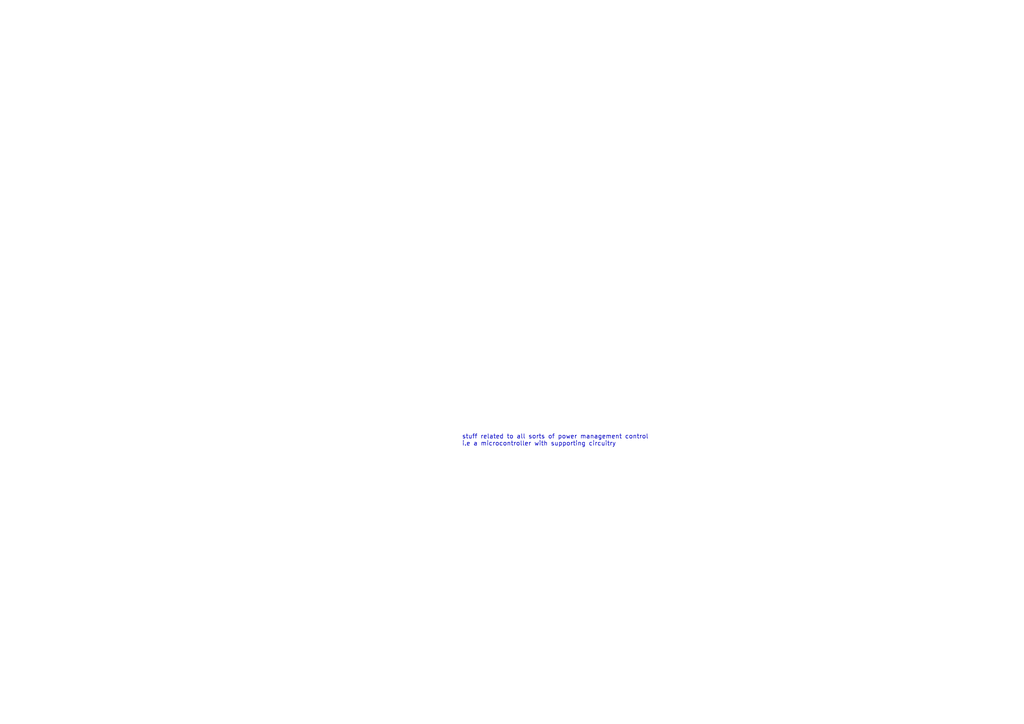
<source format=kicad_sch>
(kicad_sch (version 20211123) (generator eeschema)
  (paper "A4")
  (lib_symbols)
  (text "stuff related to all sorts of power management control\ni.e a microcontroller with supporting circuitry" (at 133.985 129.54 0) (effects (font (size 1.27 1.27)) (justify left bottom)))
)
</source>
